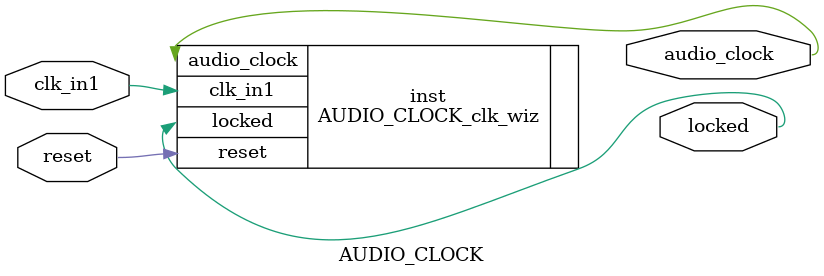
<source format=v>


`timescale 1ps/1ps

(* CORE_GENERATION_INFO = "AUDIO_CLOCK,clk_wiz_v6_0_8_0_0,{component_name=AUDIO_CLOCK,use_phase_alignment=true,use_min_o_jitter=false,use_max_i_jitter=false,use_dyn_phase_shift=false,use_inclk_switchover=false,use_dyn_reconfig=false,enable_axi=0,feedback_source=FDBK_AUTO,PRIMITIVE=MMCM,num_out_clk=1,clkin1_period=10.000,clkin2_period=10.000,use_power_down=false,use_reset=true,use_locked=true,use_inclk_stopped=false,feedback_type=SINGLE,CLOCK_MGR_TYPE=NA,manual_override=false}" *)

module AUDIO_CLOCK 
 (
  // Clock out ports
  output        audio_clock,
  // Status and control signals
  input         reset,
  output        locked,
 // Clock in ports
  input         clk_in1
 );

  AUDIO_CLOCK_clk_wiz inst
  (
  // Clock out ports  
  .audio_clock(audio_clock),
  // Status and control signals               
  .reset(reset), 
  .locked(locked),
 // Clock in ports
  .clk_in1(clk_in1)
  );

endmodule

</source>
